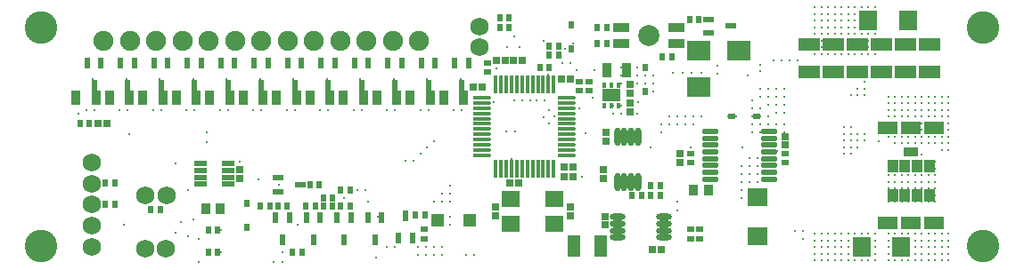
<source format=gbs>
G04 Layer_Color=16711935*
%FSAX25Y25*%
%MOIN*%
G70*
G01*
G75*
%ADD49C,0.12205*%
%ADD51C,0.07874*%
%ADD92R,0.02765X0.02372*%
%ADD93R,0.02372X0.02765*%
%ADD94R,0.02647X0.02569*%
%ADD96R,0.02569X0.02647*%
%ADD97R,0.02372X0.03947*%
%ADD101R,0.02569X0.02372*%
%ADD109R,0.03356X0.05718*%
%ADD128C,0.06900*%
%ADD129C,0.07490*%
%ADD130C,0.01200*%
%ADD131R,0.03947X0.02372*%
%ADD132R,0.06584X0.07214*%
%ADD133R,0.04931X0.08080*%
%ADD134O,0.05915X0.02372*%
%ADD135R,0.06900X0.06100*%
%ADD136R,0.06112X0.03750*%
%ADD137R,0.08474X0.04931*%
%ADD138R,0.03356X0.04143*%
%ADD139R,0.07214X0.06584*%
%ADD140O,0.06400X0.02000*%
%ADD141O,0.06702X0.01584*%
%ADD142O,0.01584X0.06702*%
%ADD143R,0.04567X0.02402*%
%ADD144R,0.04537X0.04931*%
%ADD145R,0.07293X0.04931*%
%ADD146R,0.05718X0.03356*%
%ADD147R,0.03947X0.04931*%
%ADD148R,0.02372X0.02569*%
%ADD149R,0.01781X0.02372*%
%ADD150R,0.06899X0.04537*%
%ADD151O,0.02372X0.06899*%
%ADD152R,0.08868X0.07293*%
D49*
X0524000Y0547500D02*
D03*
Y0629500D02*
D03*
X0876500D02*
D03*
Y0547500D02*
D03*
D51*
X0751450Y0626500D02*
D03*
D92*
X0667500Y0550228D02*
D03*
Y0553772D02*
D03*
X0725500Y0605728D02*
D03*
Y0609272D02*
D03*
X0729000Y0605728D02*
D03*
Y0609272D02*
D03*
X0770500Y0553772D02*
D03*
Y0550228D02*
D03*
X0767000D02*
D03*
Y0553772D02*
D03*
Y0582272D02*
D03*
Y0578728D02*
D03*
X0691000Y0616272D02*
D03*
Y0612728D02*
D03*
X0802500Y0578728D02*
D03*
Y0582272D02*
D03*
D93*
X0770272Y0632500D02*
D03*
X0766728D02*
D03*
X0639772Y0568500D02*
D03*
X0636228D02*
D03*
X0590271Y0545000D02*
D03*
X0586728D02*
D03*
X0626772Y0562500D02*
D03*
X0623228D02*
D03*
X0667772Y0559000D02*
D03*
X0664228D02*
D03*
X0629728Y0562500D02*
D03*
X0633272D02*
D03*
X0542272Y0593500D02*
D03*
X0538728D02*
D03*
X0548228Y0563000D02*
D03*
X0551772D02*
D03*
X0548228Y0571000D02*
D03*
X0551772D02*
D03*
X0699272Y0633000D02*
D03*
X0695728D02*
D03*
X0699272Y0629500D02*
D03*
X0695728D02*
D03*
X0732228D02*
D03*
X0735772D02*
D03*
X0756500Y0618500D02*
D03*
X0760043D02*
D03*
X0732228Y0623500D02*
D03*
X0735772D02*
D03*
X0755772Y0566500D02*
D03*
X0752228D02*
D03*
X0612728Y0562500D02*
D03*
X0616272D02*
D03*
X0606228D02*
D03*
X0609772D02*
D03*
X0636228D02*
D03*
X0639772D02*
D03*
X0633272Y0565500D02*
D03*
X0629728D02*
D03*
X0568772Y0561000D02*
D03*
X0565228D02*
D03*
X0618228Y0545000D02*
D03*
X0621772D02*
D03*
X0714228Y0622500D02*
D03*
X0717772D02*
D03*
X0714228Y0619000D02*
D03*
X0717772D02*
D03*
X0752228Y0570000D02*
D03*
X0755772D02*
D03*
X0586728Y0553500D02*
D03*
X0590272D02*
D03*
X0710728Y0614500D02*
D03*
X0714272D02*
D03*
X0628272Y0570500D02*
D03*
X0624728D02*
D03*
X0748772Y0566500D02*
D03*
X0745228D02*
D03*
D94*
X0735000Y0558614D02*
D03*
Y0555386D02*
D03*
X0763000Y0578886D02*
D03*
Y0582114D02*
D03*
X0598500Y0572886D02*
D03*
Y0576114D02*
D03*
X0694000Y0562114D02*
D03*
Y0558886D02*
D03*
X0722000D02*
D03*
Y0562114D02*
D03*
X0744500Y0601114D02*
D03*
Y0597886D02*
D03*
Y0604886D02*
D03*
Y0608114D02*
D03*
X0735500Y0590114D02*
D03*
Y0586886D02*
D03*
X0734500Y0572886D02*
D03*
Y0576114D02*
D03*
X0802500Y0585386D02*
D03*
Y0588614D02*
D03*
D96*
X0756114Y0546000D02*
D03*
X0752886D02*
D03*
X0548614Y0593500D02*
D03*
X0545386D02*
D03*
X0697614Y0617000D02*
D03*
X0694386D02*
D03*
X0700886D02*
D03*
X0704114D02*
D03*
X0719886Y0573500D02*
D03*
X0723114D02*
D03*
X0719886Y0577000D02*
D03*
X0723114D02*
D03*
X0699386Y0571000D02*
D03*
X0702614D02*
D03*
X0718886Y0610000D02*
D03*
X0722114D02*
D03*
X0689114Y0607000D02*
D03*
X0685886D02*
D03*
D97*
X0646441Y0558153D02*
D03*
X0651559D02*
D03*
X0649000Y0549847D02*
D03*
X0660500Y0558653D02*
D03*
X0657941Y0550347D02*
D03*
X0663059D02*
D03*
X0678941Y0616153D02*
D03*
X0684059D02*
D03*
X0681500Y0607846D02*
D03*
X0669000D02*
D03*
X0671559Y0616153D02*
D03*
X0666441D02*
D03*
X0653941D02*
D03*
X0659059D02*
D03*
X0656500Y0607846D02*
D03*
X0644000D02*
D03*
X0646559Y0616153D02*
D03*
X0641441D02*
D03*
X0628941D02*
D03*
X0634059D02*
D03*
X0631500Y0607846D02*
D03*
X0619000D02*
D03*
X0621559Y0616153D02*
D03*
X0616441D02*
D03*
X0603941D02*
D03*
X0609059D02*
D03*
X0606500Y0607846D02*
D03*
X0594000D02*
D03*
X0596559Y0616153D02*
D03*
X0591441D02*
D03*
X0578941D02*
D03*
X0584059D02*
D03*
X0581500Y0607846D02*
D03*
X0569000D02*
D03*
X0571559Y0616153D02*
D03*
X0566441D02*
D03*
X0553941D02*
D03*
X0559059D02*
D03*
X0556500Y0607846D02*
D03*
X0544000D02*
D03*
X0546559Y0616153D02*
D03*
X0541441D02*
D03*
X0611941Y0558153D02*
D03*
X0617059D02*
D03*
X0614500Y0549847D02*
D03*
X0626000D02*
D03*
X0628559Y0558153D02*
D03*
X0623441D02*
D03*
X0637500Y0549847D02*
D03*
X0640059Y0558153D02*
D03*
X0634941D02*
D03*
D101*
X0791626Y0596000D02*
D03*
X0782374D02*
D03*
D109*
X0674760Y0603000D02*
D03*
X0682240D02*
D03*
X0662260D02*
D03*
X0669740D02*
D03*
X0649760D02*
D03*
X0657240D02*
D03*
X0637260D02*
D03*
X0644740D02*
D03*
X0624760D02*
D03*
X0632240D02*
D03*
X0612260D02*
D03*
X0619740D02*
D03*
X0599760D02*
D03*
X0607240D02*
D03*
X0587260D02*
D03*
X0594740D02*
D03*
X0574760D02*
D03*
X0582240D02*
D03*
X0562260D02*
D03*
X0569740D02*
D03*
X0549760D02*
D03*
X0557240D02*
D03*
X0537260D02*
D03*
X0544740D02*
D03*
X0743240Y0613500D02*
D03*
X0735760D02*
D03*
D128*
X0688000Y0622063D02*
D03*
Y0629937D02*
D03*
X0570937Y0546500D02*
D03*
X0563063D02*
D03*
X0571000Y0566500D02*
D03*
X0563126D02*
D03*
X0543000Y0547200D02*
D03*
Y0555100D02*
D03*
Y0563000D02*
D03*
Y0570874D02*
D03*
Y0578748D02*
D03*
D129*
X0665555Y0624500D02*
D03*
X0655713D02*
D03*
X0645870D02*
D03*
X0636028D02*
D03*
X0626185D02*
D03*
X0616342D02*
D03*
X0606500D02*
D03*
X0596658D02*
D03*
X0586815D02*
D03*
X0576972D02*
D03*
X0567130D02*
D03*
X0557287D02*
D03*
X0547445D02*
D03*
D130*
X0703000Y0622000D02*
D03*
X0698500D02*
D03*
X0701000Y0626000D02*
D03*
X0694500Y0614000D02*
D03*
X0694031Y0617000D02*
D03*
X0614500Y0545000D02*
D03*
X0741000Y0608500D02*
D03*
Y0611500D02*
D03*
X0650000Y0558500D02*
D03*
X0851000Y0552000D02*
D03*
Y0549500D02*
D03*
Y0547000D02*
D03*
Y0544500D02*
D03*
X0848500D02*
D03*
Y0547000D02*
D03*
Y0549500D02*
D03*
Y0552000D02*
D03*
X0846000D02*
D03*
Y0549500D02*
D03*
Y0547000D02*
D03*
Y0544500D02*
D03*
X0843500D02*
D03*
Y0547000D02*
D03*
Y0552000D02*
D03*
Y0549500D02*
D03*
Y0542000D02*
D03*
X0846000D02*
D03*
X0848500D02*
D03*
X0851000D02*
D03*
X0863500Y0552000D02*
D03*
Y0549500D02*
D03*
Y0547000D02*
D03*
Y0544500D02*
D03*
X0861000D02*
D03*
Y0547000D02*
D03*
Y0549500D02*
D03*
Y0552000D02*
D03*
X0858500D02*
D03*
Y0549500D02*
D03*
Y0547000D02*
D03*
Y0544500D02*
D03*
X0856000D02*
D03*
Y0547000D02*
D03*
Y0552000D02*
D03*
X0853500D02*
D03*
Y0549500D02*
D03*
Y0547000D02*
D03*
Y0544500D02*
D03*
X0856000Y0549500D02*
D03*
X0853500Y0542000D02*
D03*
X0856000D02*
D03*
X0858500D02*
D03*
X0861000D02*
D03*
X0863500D02*
D03*
X0841000D02*
D03*
Y0549500D02*
D03*
Y0552000D02*
D03*
Y0547000D02*
D03*
Y0544500D02*
D03*
X0574500Y0578500D02*
D03*
Y0552500D02*
D03*
X0618500Y0544968D02*
D03*
X0649500Y0543000D02*
D03*
X0734500Y0576468D02*
D03*
X0734500Y0573500D02*
D03*
X0752000Y0584500D02*
D03*
X0747500Y0586000D02*
D03*
X0735500Y0589500D02*
D03*
X0739500Y0586500D02*
D03*
X0809000Y0553000D02*
D03*
Y0550000D02*
D03*
X0806000Y0553000D02*
D03*
X0799500Y0583000D02*
D03*
X0789000Y0565500D02*
D03*
X0792000D02*
D03*
X0795000D02*
D03*
Y0568500D02*
D03*
X0792000D02*
D03*
X0789000D02*
D03*
Y0571500D02*
D03*
X0792000D02*
D03*
Y0574500D02*
D03*
X0789000D02*
D03*
Y0577500D02*
D03*
X0792000D02*
D03*
Y0580500D02*
D03*
X0789000D02*
D03*
X0786000Y0565500D02*
D03*
Y0571500D02*
D03*
Y0577500D02*
D03*
Y0568500D02*
D03*
Y0574500D02*
D03*
X0691000Y0616272D02*
D03*
X0807000Y0617000D02*
D03*
X0804000D02*
D03*
X0798000D02*
D03*
X0801000D02*
D03*
X0793000Y0615500D02*
D03*
X0699272Y0633000D02*
D03*
X0790000Y0602000D02*
D03*
X0802000Y0589988D02*
D03*
X0846000Y0634500D02*
D03*
X0848500D02*
D03*
X0851000D02*
D03*
Y0632000D02*
D03*
Y0629500D02*
D03*
X0848500D02*
D03*
X0846000D02*
D03*
Y0632000D02*
D03*
X0848500D02*
D03*
X0789000Y0548500D02*
D03*
X0792000D02*
D03*
X0795000D02*
D03*
Y0551500D02*
D03*
X0792000D02*
D03*
X0789000D02*
D03*
X0689114Y0607000D02*
D03*
X0723000Y0621000D02*
D03*
X0722500Y0630500D02*
D03*
X0701500Y0590500D02*
D03*
X0698000D02*
D03*
X0677000Y0570000D02*
D03*
Y0567000D02*
D03*
X0579000Y0568500D02*
D03*
X0583000Y0550000D02*
D03*
X0686000Y0544000D02*
D03*
X0683000D02*
D03*
X0671000Y0555500D02*
D03*
X0674000D02*
D03*
X0671000Y0564000D02*
D03*
X0674000Y0567000D02*
D03*
Y0564000D02*
D03*
Y0558500D02*
D03*
X0671000D02*
D03*
X0665000Y0544000D02*
D03*
X0668000D02*
D03*
X0671000D02*
D03*
X0674000D02*
D03*
X0686000Y0555500D02*
D03*
X0683000D02*
D03*
Y0558500D02*
D03*
X0686000D02*
D03*
X0674000Y0547000D02*
D03*
X0671000D02*
D03*
X0668000D02*
D03*
X0665000D02*
D03*
X0677000Y0558500D02*
D03*
Y0555500D02*
D03*
Y0564000D02*
D03*
X0605283Y0572565D02*
D03*
X0586000Y0586500D02*
D03*
X0726500Y0573500D02*
D03*
X0756000Y0590000D02*
D03*
X0762000Y0560772D02*
D03*
X0735000Y0599500D02*
D03*
X0633272Y0565500D02*
D03*
X0626968Y0562500D02*
D03*
X0611000Y0541500D02*
D03*
X0613000Y0570500D02*
D03*
X0713905Y0611742D02*
D03*
X0724500Y0613500D02*
D03*
X0693500Y0601500D02*
D03*
X0719000Y0616000D02*
D03*
X0722000D02*
D03*
X0717500Y0619000D02*
D03*
X0714114Y0598500D02*
D03*
X0712000Y0595876D02*
D03*
X0731000Y0613500D02*
D03*
X0551772Y0563000D02*
D03*
Y0571000D02*
D03*
X0591500Y0561500D02*
D03*
Y0553500D02*
D03*
X0581000Y0557500D02*
D03*
X0699995Y0580181D02*
D03*
X0707000Y0602000D02*
D03*
X0730500Y0603000D02*
D03*
X0741000Y0600000D02*
D03*
X0768000Y0593000D02*
D03*
X0765000D02*
D03*
X0744000Y0608500D02*
D03*
X0747000D02*
D03*
X0750000D02*
D03*
Y0611500D02*
D03*
X0747000D02*
D03*
X0744000D02*
D03*
X0741000Y0614500D02*
D03*
X0744000D02*
D03*
X0747000D02*
D03*
X0765000Y0596000D02*
D03*
X0762000Y0593000D02*
D03*
Y0596000D02*
D03*
X0763000Y0582500D02*
D03*
X0759000Y0593000D02*
D03*
Y0596000D02*
D03*
X0756000Y0593000D02*
D03*
X0762000Y0564300D02*
D03*
X0738000Y0597000D02*
D03*
X0741000D02*
D03*
X0744000D02*
D03*
X0784000Y0596000D02*
D03*
X0781000D02*
D03*
X0790000D02*
D03*
X0793000D02*
D03*
X0720000Y0621500D02*
D03*
X0725500Y0599000D02*
D03*
X0788500Y0611500D02*
D03*
X0793000Y0613000D02*
D03*
X0712500Y0602000D02*
D03*
X0709600D02*
D03*
X0701000D02*
D03*
X0704000D02*
D03*
X0714000Y0593500D02*
D03*
X0716000Y0596000D02*
D03*
X0722114Y0610000D02*
D03*
X0718886D02*
D03*
X0729000Y0609272D02*
D03*
X0637387Y0565613D02*
D03*
X0620047Y0555451D02*
D03*
X0802000Y0606500D02*
D03*
X0799000D02*
D03*
Y0603500D02*
D03*
X0802000D02*
D03*
Y0600500D02*
D03*
X0799000D02*
D03*
X0796000Y0606500D02*
D03*
Y0600500D02*
D03*
X0793000Y0606500D02*
D03*
Y0603500D02*
D03*
X0796000D02*
D03*
X0799000Y0597500D02*
D03*
X0802000D02*
D03*
X0813500Y0634500D02*
D03*
X0816000D02*
D03*
X0818500D02*
D03*
X0821000D02*
D03*
X0823500D02*
D03*
X0826000D02*
D03*
X0828500D02*
D03*
X0831000D02*
D03*
X0833500D02*
D03*
X0836000D02*
D03*
Y0632000D02*
D03*
X0833500D02*
D03*
X0831000D02*
D03*
X0828500D02*
D03*
X0826000D02*
D03*
X0823500D02*
D03*
X0821000D02*
D03*
X0818500D02*
D03*
X0816000D02*
D03*
X0813500D02*
D03*
X0836000Y0629500D02*
D03*
X0833500D02*
D03*
X0831000D02*
D03*
X0828500D02*
D03*
X0826000D02*
D03*
X0823500D02*
D03*
X0821000D02*
D03*
X0818500D02*
D03*
X0816000D02*
D03*
X0813500D02*
D03*
X0836000Y0627000D02*
D03*
X0833500D02*
D03*
X0831000D02*
D03*
X0828500D02*
D03*
X0826000D02*
D03*
X0823500D02*
D03*
X0821000D02*
D03*
X0818500D02*
D03*
X0816000D02*
D03*
X0813500D02*
D03*
X0836000Y0624500D02*
D03*
X0833500D02*
D03*
X0831000D02*
D03*
X0828500D02*
D03*
X0826000D02*
D03*
X0823500D02*
D03*
X0821000D02*
D03*
X0818500D02*
D03*
X0816000D02*
D03*
X0813500D02*
D03*
X0836000Y0622000D02*
D03*
X0833500D02*
D03*
X0831000D02*
D03*
X0828500D02*
D03*
X0826000D02*
D03*
X0823500D02*
D03*
X0821000D02*
D03*
X0818500D02*
D03*
X0816000D02*
D03*
X0813500D02*
D03*
X0836000Y0619500D02*
D03*
X0833500D02*
D03*
X0831000D02*
D03*
X0828500D02*
D03*
X0826000D02*
D03*
X0823500D02*
D03*
X0821000D02*
D03*
X0818500D02*
D03*
X0816000D02*
D03*
X0813500D02*
D03*
X0861000Y0583500D02*
D03*
X0863500D02*
D03*
X0853500Y0603500D02*
D03*
X0856000D02*
D03*
X0858500D02*
D03*
X0861000D02*
D03*
X0863500D02*
D03*
X0841000D02*
D03*
X0843500D02*
D03*
X0846000D02*
D03*
X0848500D02*
D03*
X0851000D02*
D03*
Y0601000D02*
D03*
Y0598500D02*
D03*
Y0596000D02*
D03*
Y0593500D02*
D03*
Y0591000D02*
D03*
Y0588500D02*
D03*
X0848500D02*
D03*
Y0591000D02*
D03*
Y0593500D02*
D03*
Y0596000D02*
D03*
Y0598500D02*
D03*
Y0601000D02*
D03*
X0846000D02*
D03*
Y0598500D02*
D03*
Y0596000D02*
D03*
Y0593500D02*
D03*
Y0591000D02*
D03*
Y0588500D02*
D03*
X0843500D02*
D03*
Y0591000D02*
D03*
Y0596000D02*
D03*
Y0601000D02*
D03*
X0841000D02*
D03*
Y0598500D02*
D03*
Y0596000D02*
D03*
Y0593500D02*
D03*
Y0591000D02*
D03*
Y0588500D02*
D03*
X0843500Y0593500D02*
D03*
Y0598500D02*
D03*
Y0586000D02*
D03*
X0846000D02*
D03*
X0848500D02*
D03*
X0851000D02*
D03*
X0863500Y0601000D02*
D03*
Y0598500D02*
D03*
Y0596000D02*
D03*
Y0593500D02*
D03*
Y0591000D02*
D03*
Y0588500D02*
D03*
X0861000D02*
D03*
Y0591000D02*
D03*
Y0593500D02*
D03*
Y0596000D02*
D03*
Y0598500D02*
D03*
Y0601000D02*
D03*
X0858500D02*
D03*
Y0598500D02*
D03*
Y0596000D02*
D03*
Y0593500D02*
D03*
Y0591000D02*
D03*
Y0588500D02*
D03*
X0856000D02*
D03*
Y0591000D02*
D03*
Y0596000D02*
D03*
Y0601000D02*
D03*
X0853500D02*
D03*
Y0598500D02*
D03*
Y0596000D02*
D03*
Y0593500D02*
D03*
Y0591000D02*
D03*
Y0588500D02*
D03*
X0856000Y0593500D02*
D03*
Y0598500D02*
D03*
X0853500Y0586000D02*
D03*
X0856000D02*
D03*
X0858500D02*
D03*
X0861000D02*
D03*
X0863500D02*
D03*
X0790000Y0593000D02*
D03*
X0793000D02*
D03*
X0790000Y0590000D02*
D03*
X0793000D02*
D03*
X0790000Y0599000D02*
D03*
X0793000D02*
D03*
X0796000Y0596000D02*
D03*
Y0593000D02*
D03*
X0799000D02*
D03*
X0802000D02*
D03*
X0617000Y0559000D02*
D03*
X0616272Y0562500D02*
D03*
X0628500Y0559000D02*
D03*
X0723114Y0577000D02*
D03*
Y0573500D02*
D03*
X0719886Y0577000D02*
D03*
Y0573500D02*
D03*
X0753000Y0611500D02*
D03*
Y0608500D02*
D03*
Y0605500D02*
D03*
X0760500Y0612500D02*
D03*
X0764000D02*
D03*
X0767500D02*
D03*
X0771000D02*
D03*
X0841000Y0564000D02*
D03*
Y0566500D02*
D03*
Y0569000D02*
D03*
Y0571500D02*
D03*
X0858500Y0579000D02*
D03*
Y0576500D02*
D03*
Y0574000D02*
D03*
Y0571500D02*
D03*
Y0569000D02*
D03*
Y0566500D02*
D03*
X0856000D02*
D03*
Y0569000D02*
D03*
Y0571500D02*
D03*
Y0574000D02*
D03*
Y0576500D02*
D03*
Y0579000D02*
D03*
X0853500D02*
D03*
Y0576500D02*
D03*
Y0574000D02*
D03*
Y0571500D02*
D03*
Y0569000D02*
D03*
Y0566500D02*
D03*
X0851000D02*
D03*
Y0569000D02*
D03*
Y0574000D02*
D03*
Y0579000D02*
D03*
X0848500D02*
D03*
Y0576500D02*
D03*
Y0574000D02*
D03*
Y0571500D02*
D03*
Y0569000D02*
D03*
Y0566500D02*
D03*
X0846000D02*
D03*
Y0569000D02*
D03*
Y0571500D02*
D03*
Y0576500D02*
D03*
X0843500Y0574000D02*
D03*
Y0571500D02*
D03*
Y0569000D02*
D03*
Y0566500D02*
D03*
X0851000Y0571500D02*
D03*
X0846000Y0574000D02*
D03*
X0851000Y0576500D02*
D03*
X0843500Y0564000D02*
D03*
X0846000D02*
D03*
X0848500D02*
D03*
X0851000D02*
D03*
X0853500D02*
D03*
X0856000D02*
D03*
X0858500D02*
D03*
X0841000Y0574000D02*
D03*
X0843500Y0576500D02*
D03*
X0846000Y0579000D02*
D03*
X0747500Y0601500D02*
D03*
X0747000Y0597000D02*
D03*
X0738000Y0600000D02*
D03*
X0745000Y0601500D02*
D03*
X0555000Y0555500D02*
D03*
X0723000Y0623500D02*
D03*
X0544000Y0598500D02*
D03*
X0556500D02*
D03*
X0569000D02*
D03*
X0581500D02*
D03*
X0594000D02*
D03*
X0606500D02*
D03*
X0619000D02*
D03*
X0631500D02*
D03*
X0541000D02*
D03*
X0553500D02*
D03*
X0566000D02*
D03*
X0578500D02*
D03*
X0591000D02*
D03*
X0603500D02*
D03*
X0616000D02*
D03*
X0628500D02*
D03*
X0543500Y0610272D02*
D03*
X0556000D02*
D03*
X0568500D02*
D03*
X0581000D02*
D03*
X0593500D02*
D03*
X0606000D02*
D03*
X0618500D02*
D03*
X0538000Y0603000D02*
D03*
X0550500D02*
D03*
X0563000D02*
D03*
X0575500D02*
D03*
X0600500D02*
D03*
X0613000D02*
D03*
X0625500D02*
D03*
X0638000D02*
D03*
X0650500D02*
D03*
X0663000D02*
D03*
X0675500D02*
D03*
X0588000D02*
D03*
X0656000Y0610272D02*
D03*
X0668500D02*
D03*
X0681000D02*
D03*
X0644000Y0598500D02*
D03*
X0656500D02*
D03*
X0669000D02*
D03*
X0641000D02*
D03*
X0653500D02*
D03*
X0666000D02*
D03*
X0678500D02*
D03*
X0631000Y0610272D02*
D03*
X0643500D02*
D03*
X0538110Y0597000D02*
D03*
X0681500Y0598500D02*
D03*
X0538728Y0593500D02*
D03*
X0557000Y0589500D02*
D03*
X0579000Y0551000D02*
D03*
X0576500Y0556500D02*
D03*
X0586000Y0590000D02*
D03*
X0598500Y0579000D02*
D03*
X0583000Y0541500D02*
D03*
X0767000Y0582272D02*
D03*
Y0584500D02*
D03*
X0591500Y0545000D02*
D03*
X0786500Y0584500D02*
D03*
X0813500Y0637000D02*
D03*
X0816000D02*
D03*
X0818500D02*
D03*
X0821000D02*
D03*
X0823500D02*
D03*
X0826000D02*
D03*
X0828500D02*
D03*
X0831000D02*
D03*
X0833500D02*
D03*
X0836000D02*
D03*
X0833500Y0542000D02*
D03*
X0831000D02*
D03*
X0828500D02*
D03*
X0826000D02*
D03*
X0823500D02*
D03*
X0826000Y0549500D02*
D03*
X0823500Y0544500D02*
D03*
Y0547000D02*
D03*
Y0549500D02*
D03*
Y0552000D02*
D03*
X0826000D02*
D03*
Y0547000D02*
D03*
Y0544500D02*
D03*
X0828500D02*
D03*
Y0547000D02*
D03*
Y0549500D02*
D03*
Y0552000D02*
D03*
X0831000D02*
D03*
Y0549500D02*
D03*
Y0547000D02*
D03*
Y0544500D02*
D03*
X0833500D02*
D03*
Y0547000D02*
D03*
Y0549500D02*
D03*
Y0552000D02*
D03*
X0821000Y0542000D02*
D03*
X0818500D02*
D03*
X0816000D02*
D03*
X0813500D02*
D03*
Y0549500D02*
D03*
Y0552000D02*
D03*
Y0547000D02*
D03*
Y0544500D02*
D03*
X0816000D02*
D03*
Y0547000D02*
D03*
Y0549500D02*
D03*
Y0552000D02*
D03*
X0818500D02*
D03*
Y0549500D02*
D03*
Y0547000D02*
D03*
Y0544500D02*
D03*
X0821000D02*
D03*
Y0547000D02*
D03*
Y0549500D02*
D03*
Y0552000D02*
D03*
X0836000D02*
D03*
Y0549500D02*
D03*
Y0547000D02*
D03*
Y0544500D02*
D03*
Y0542000D02*
D03*
X0621772Y0545000D02*
D03*
X0614500Y0541500D02*
D03*
X0671000Y0586900D02*
D03*
X0668500Y0584500D02*
D03*
X0666000Y0582000D02*
D03*
X0663500Y0579500D02*
D03*
X0660500D02*
D03*
X0645500Y0568500D02*
D03*
X0642500D02*
D03*
X0628272Y0570500D02*
D03*
X0646500Y0564000D02*
D03*
X0636228Y0568500D02*
D03*
X0653500Y0547000D02*
D03*
X0656500D02*
D03*
X0704000Y0617000D02*
D03*
X0727806Y0589691D02*
D03*
X0777000Y0612000D02*
D03*
X0853500Y0581772D02*
D03*
X0827000Y0582000D02*
D03*
Y0584500D02*
D03*
X0824500D02*
D03*
X0829500D02*
D03*
X0824500Y0582000D02*
D03*
Y0587000D02*
D03*
Y0589500D02*
D03*
Y0592000D02*
D03*
X0827000Y0589500D02*
D03*
Y0592000D02*
D03*
Y0587000D02*
D03*
X0829500D02*
D03*
Y0589500D02*
D03*
X0832000Y0587000D02*
D03*
Y0589500D02*
D03*
X0837600Y0586833D02*
D03*
X0827000Y0604000D02*
D03*
X0829500D02*
D03*
X0832000D02*
D03*
Y0606500D02*
D03*
X0829500D02*
D03*
X0832000Y0609000D02*
D03*
X0768000Y0596000D02*
D03*
X0771000D02*
D03*
X0770500Y0550228D02*
D03*
X0750000Y0614500D02*
D03*
X0777000Y0615000D02*
D03*
X0712000Y0624500D02*
D03*
D131*
X0782154Y0630000D02*
D03*
X0773846Y0632559D02*
D03*
Y0627441D02*
D03*
X0612847Y0567941D02*
D03*
Y0573059D02*
D03*
X0621153Y0570500D02*
D03*
D132*
X0831098Y0547000D02*
D03*
X0845901D02*
D03*
X0848402Y0632000D02*
D03*
X0833598D02*
D03*
D133*
X0733421Y0547500D02*
D03*
X0723579D02*
D03*
D134*
X0739740Y0550661D02*
D03*
Y0553221D02*
D03*
Y0555780D02*
D03*
Y0558339D02*
D03*
X0757260Y0550661D02*
D03*
Y0553221D02*
D03*
Y0555780D02*
D03*
Y0558339D02*
D03*
D135*
X0716150Y0565250D02*
D03*
X0699850D02*
D03*
Y0555750D02*
D03*
X0716150D02*
D03*
D136*
X0761686Y0629354D02*
D03*
Y0623646D02*
D03*
X0741214Y0629354D02*
D03*
Y0623646D02*
D03*
D137*
X0838500Y0623118D02*
D03*
Y0612882D02*
D03*
X0856500D02*
D03*
Y0623118D02*
D03*
X0847500D02*
D03*
Y0612882D02*
D03*
X0829500D02*
D03*
Y0623118D02*
D03*
X0820500D02*
D03*
Y0612882D02*
D03*
X0811500D02*
D03*
Y0623118D02*
D03*
D138*
X0585744Y0561500D02*
D03*
X0591256D02*
D03*
X0768244Y0568500D02*
D03*
X0773756D02*
D03*
D139*
X0792000Y0551098D02*
D03*
Y0565902D02*
D03*
D140*
X0796600Y0572543D02*
D03*
Y0575102D02*
D03*
Y0577661D02*
D03*
Y0580221D02*
D03*
Y0582780D02*
D03*
Y0585339D02*
D03*
Y0587898D02*
D03*
Y0590457D02*
D03*
X0774400D02*
D03*
Y0587898D02*
D03*
Y0585339D02*
D03*
Y0582780D02*
D03*
Y0580221D02*
D03*
Y0577661D02*
D03*
Y0575102D02*
D03*
Y0572543D02*
D03*
D141*
X0720894Y0581520D02*
D03*
Y0583488D02*
D03*
Y0585457D02*
D03*
Y0587425D02*
D03*
Y0589394D02*
D03*
Y0591362D02*
D03*
Y0593331D02*
D03*
Y0595299D02*
D03*
Y0597268D02*
D03*
Y0599236D02*
D03*
Y0601205D02*
D03*
Y0603173D02*
D03*
X0689201D02*
D03*
Y0601205D02*
D03*
Y0599236D02*
D03*
Y0597268D02*
D03*
Y0595299D02*
D03*
Y0593331D02*
D03*
Y0591362D02*
D03*
Y0589394D02*
D03*
Y0587425D02*
D03*
Y0585457D02*
D03*
Y0583488D02*
D03*
Y0581520D02*
D03*
D142*
X0715874Y0608193D02*
D03*
X0713906D02*
D03*
X0711937D02*
D03*
X0709969D02*
D03*
X0708000D02*
D03*
X0706032D02*
D03*
X0704063D02*
D03*
X0702095D02*
D03*
X0700126D02*
D03*
X0698158D02*
D03*
X0696189D02*
D03*
X0694221D02*
D03*
Y0576500D02*
D03*
X0696189D02*
D03*
X0698158D02*
D03*
X0700126D02*
D03*
X0702095D02*
D03*
X0704063D02*
D03*
X0706032D02*
D03*
X0708000D02*
D03*
X0709969D02*
D03*
X0711937D02*
D03*
X0713906D02*
D03*
X0715874D02*
D03*
D143*
X0594118Y0578339D02*
D03*
Y0575779D02*
D03*
Y0573220D02*
D03*
X0583882D02*
D03*
Y0575779D02*
D03*
Y0578339D02*
D03*
Y0570661D02*
D03*
X0594118D02*
D03*
D144*
X0684602Y0557000D02*
D03*
X0672398D02*
D03*
D145*
X0840839Y0591716D02*
D03*
X0849500D02*
D03*
X0858161D02*
D03*
Y0556284D02*
D03*
X0849500D02*
D03*
X0840839D02*
D03*
D146*
X0849500Y0582858D02*
D03*
D147*
X0856291Y0577347D02*
D03*
X0851764D02*
D03*
X0847236D02*
D03*
X0842708D02*
D03*
Y0566323D02*
D03*
X0847236D02*
D03*
X0851764D02*
D03*
X0856291D02*
D03*
D148*
X0750000Y0614626D02*
D03*
Y0605374D02*
D03*
X0722500Y0630626D02*
D03*
Y0621374D02*
D03*
X0601000Y0554374D02*
D03*
Y0563626D02*
D03*
D149*
X0734941Y0607839D02*
D03*
X0737500D02*
D03*
X0740059D02*
D03*
Y0600161D02*
D03*
X0737500D02*
D03*
X0734941D02*
D03*
D150*
X0737500Y0604000D02*
D03*
D151*
X0739661Y0588465D02*
D03*
X0742220D02*
D03*
X0744779D02*
D03*
X0747339D02*
D03*
X0739661Y0571535D02*
D03*
X0742220D02*
D03*
X0744779D02*
D03*
X0747339D02*
D03*
D152*
X0770020Y0620890D02*
D03*
Y0607110D02*
D03*
X0784980Y0620890D02*
D03*
M02*

</source>
